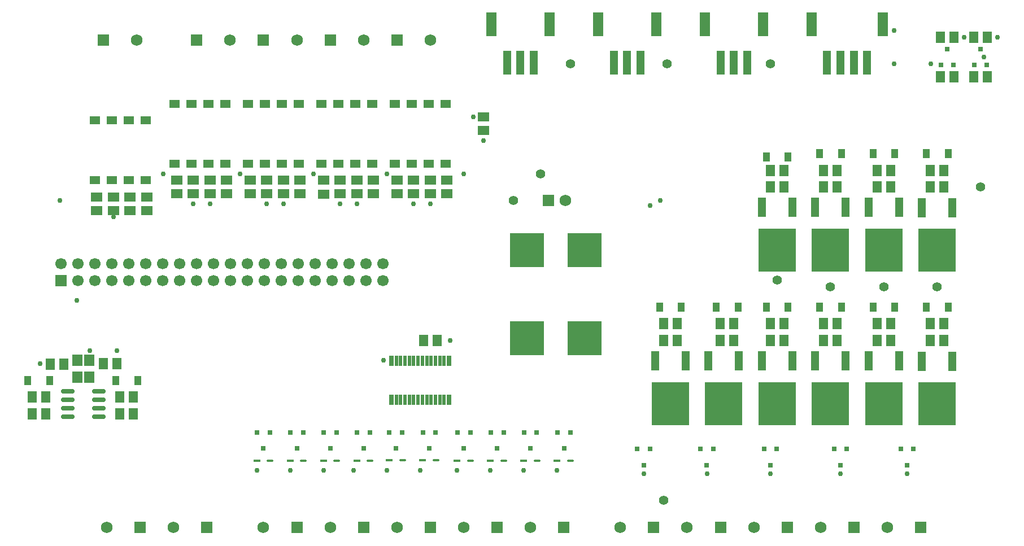
<source format=gts>
G04*
G04 #@! TF.GenerationSoftware,Altium Limited,Altium Designer,24.2.2 (26)*
G04*
G04 Layer_Color=8388736*
%FSLAX25Y25*%
%MOIN*%
G70*
G04*
G04 #@! TF.SameCoordinates,93052230-0714-41EE-B623-C252674C3430*
G04*
G04*
G04 #@! TF.FilePolarity,Negative*
G04*
G01*
G75*
%ADD19R,0.03959X0.01545*%
G04:AMPARAMS|DCode=20|XSize=39.59mil|YSize=15.45mil|CornerRadius=7.73mil|HoleSize=0mil|Usage=FLASHONLY|Rotation=0.000|XOffset=0mil|YOffset=0mil|HoleType=Round|Shape=RoundedRectangle|*
%AMROUNDEDRECTD20*
21,1,0.03959,0.00000,0,0,0.0*
21,1,0.02414,0.01545,0,0,0.0*
1,1,0.01545,0.01207,0.00000*
1,1,0.01545,-0.01207,0.00000*
1,1,0.01545,-0.01207,0.00000*
1,1,0.01545,0.01207,0.00000*
%
%ADD20ROUNDEDRECTD20*%
%ADD21R,0.03150X0.03150*%
%ADD23R,0.05906X0.05118*%
%ADD24R,0.21850X0.25591*%
%ADD25R,0.04921X0.11221*%
%ADD32R,0.20276X0.20276*%
%ADD33R,0.04173X0.05394*%
%ADD34R,0.05512X0.06693*%
%ADD35R,0.06693X0.05512*%
%ADD36R,0.02165X0.05906*%
%ADD37R,0.02953X0.05906*%
%ADD38O,0.08071X0.02953*%
%ADD39R,0.06496X0.06693*%
%ADD40R,0.04528X0.14370*%
%ADD41R,0.06496X0.13976*%
%ADD42C,0.06591*%
%ADD43R,0.07087X0.07087*%
%ADD44C,0.00591*%
%ADD45C,0.06693*%
%ADD46R,0.06890X0.06890*%
%ADD47C,0.06890*%
%ADD48R,0.06693X0.06693*%
%ADD49C,0.02953*%
%ADD50C,0.05591*%
D19*
X149605Y57087D02*
D03*
X169290D02*
D03*
X188975D02*
D03*
X227687Y57166D02*
D03*
X247372D02*
D03*
X326769Y57087D02*
D03*
X307085D02*
D03*
X267715D02*
D03*
X287401D02*
D03*
X208660Y57087D02*
D03*
D20*
X157481D02*
D03*
X177166D02*
D03*
X196852D02*
D03*
X235563Y57166D02*
D03*
X255248D02*
D03*
X334646Y57087D02*
D03*
X314962D02*
D03*
X275592D02*
D03*
X295277D02*
D03*
X216536Y57087D02*
D03*
D21*
X153543Y64173D02*
D03*
X149803Y73622D02*
D03*
X157283D02*
D03*
X192913Y64173D02*
D03*
X189173Y73622D02*
D03*
X196654D02*
D03*
X173228Y64173D02*
D03*
X169488Y73622D02*
D03*
X176969D02*
D03*
X235365Y73702D02*
D03*
X227885D02*
D03*
X231625Y64253D02*
D03*
X334646Y73622D02*
D03*
X327165D02*
D03*
X330906Y64173D02*
D03*
X255050Y73702D02*
D03*
X247570D02*
D03*
X251310Y64253D02*
D03*
X314764Y73622D02*
D03*
X307283D02*
D03*
X311024Y64173D02*
D03*
X275590Y73622D02*
D03*
X268110D02*
D03*
X271850Y64173D02*
D03*
X295276Y73622D02*
D03*
X287795D02*
D03*
X291535Y64173D02*
D03*
X216339Y73622D02*
D03*
X208858D02*
D03*
X212598Y64173D02*
D03*
X557087Y300000D02*
D03*
X560827Y290551D02*
D03*
X553346D02*
D03*
X533465Y54331D02*
D03*
X529724Y63779D02*
D03*
X537205D02*
D03*
X377953Y54331D02*
D03*
X374213Y63779D02*
D03*
X381693D02*
D03*
X415158Y54331D02*
D03*
X411417Y63779D02*
D03*
X418898D02*
D03*
X494095Y54331D02*
D03*
X490354Y63779D02*
D03*
X497835D02*
D03*
X452756Y54331D02*
D03*
X449016Y63779D02*
D03*
X456496D02*
D03*
X576772Y300000D02*
D03*
X580512Y290551D02*
D03*
X573032D02*
D03*
D23*
X83898Y222441D02*
D03*
X73898D02*
D03*
X63898D02*
D03*
X53898D02*
D03*
Y257874D02*
D03*
X63898D02*
D03*
X73898D02*
D03*
X83898D02*
D03*
X164449Y267717D02*
D03*
X144449D02*
D03*
X174449Y232283D02*
D03*
X164449D02*
D03*
X154449D02*
D03*
X144449D02*
D03*
X154449Y267717D02*
D03*
X174449D02*
D03*
X131142Y232283D02*
D03*
X121142D02*
D03*
X111142D02*
D03*
X101142D02*
D03*
Y267717D02*
D03*
X111142D02*
D03*
X121142D02*
D03*
X131142D02*
D03*
X261063Y232283D02*
D03*
X251063D02*
D03*
X241063D02*
D03*
X231063D02*
D03*
Y267717D02*
D03*
X241063D02*
D03*
X251063D02*
D03*
X261063D02*
D03*
X217756Y232283D02*
D03*
X207756D02*
D03*
X197756D02*
D03*
X187756D02*
D03*
Y267717D02*
D03*
X197756D02*
D03*
X207756D02*
D03*
X217756D02*
D03*
D24*
X519685Y181250D02*
D03*
X488189D02*
D03*
X456693D02*
D03*
X551181Y181102D02*
D03*
Y90551D02*
D03*
X519685Y90699D02*
D03*
X425197D02*
D03*
X393701D02*
D03*
X488189D02*
D03*
X456693D02*
D03*
D25*
X510709Y206447D02*
D03*
X528661D02*
D03*
X479213D02*
D03*
X497165D02*
D03*
X447717D02*
D03*
X465669D02*
D03*
X542205Y206299D02*
D03*
X560157D02*
D03*
X542205Y115748D02*
D03*
X560157D02*
D03*
X510709Y115896D02*
D03*
X528661D02*
D03*
X416221D02*
D03*
X434173D02*
D03*
X384724D02*
D03*
X402677D02*
D03*
X479213D02*
D03*
X497165D02*
D03*
X447717D02*
D03*
X465669D02*
D03*
D32*
X343055Y181102D02*
D03*
X309055D02*
D03*
Y129102D02*
D03*
X343055D02*
D03*
D33*
X420728Y147638D02*
D03*
X387264D02*
D03*
X481752D02*
D03*
X450256D02*
D03*
X544744D02*
D03*
X513248D02*
D03*
X494626D02*
D03*
Y238189D02*
D03*
X481752D02*
D03*
X463130Y236221D02*
D03*
X450256D02*
D03*
X463130Y147638D02*
D03*
X400138D02*
D03*
X433602D02*
D03*
X557618Y238189D02*
D03*
X544744D02*
D03*
X526122D02*
D03*
X513248D02*
D03*
X526122Y147638D02*
D03*
X557618D02*
D03*
X79272Y104331D02*
D03*
X66398D02*
D03*
X14539D02*
D03*
X27413D02*
D03*
D34*
X423130Y137795D02*
D03*
X389665D02*
D03*
X484154D02*
D03*
X452658D02*
D03*
X547146D02*
D03*
X515650D02*
D03*
X561122Y283465D02*
D03*
X553051D02*
D03*
X553150Y307087D02*
D03*
X561221D02*
D03*
X431201Y137795D02*
D03*
X397736D02*
D03*
X492224Y228346D02*
D03*
X484154D02*
D03*
X492224Y137795D02*
D03*
Y218504D02*
D03*
X484154D02*
D03*
X460728Y137795D02*
D03*
X397736Y127953D02*
D03*
X389665D02*
D03*
X431201D02*
D03*
X423130D02*
D03*
X460728Y228346D02*
D03*
X452658D02*
D03*
X492224Y127953D02*
D03*
X484154D02*
D03*
X460728D02*
D03*
X452658D02*
D03*
X460728Y218504D02*
D03*
X452658D02*
D03*
X555217Y228346D02*
D03*
X547146D02*
D03*
X523721D02*
D03*
X515650D02*
D03*
X523721Y137795D02*
D03*
Y127953D02*
D03*
X515650D02*
D03*
X555217Y137795D02*
D03*
Y127953D02*
D03*
X547146D02*
D03*
X555217Y218504D02*
D03*
X547146D02*
D03*
X523721D02*
D03*
X515650D02*
D03*
X256004Y127953D02*
D03*
X247933D02*
D03*
X68799Y94488D02*
D03*
X76870D02*
D03*
X67028Y114173D02*
D03*
X58957D02*
D03*
X27715Y113799D02*
D03*
X35786D02*
D03*
X68701Y84646D02*
D03*
X76772D02*
D03*
X25012Y94488D02*
D03*
X16941D02*
D03*
X25012Y84646D02*
D03*
X16941D02*
D03*
X572736Y307087D02*
D03*
X580807D02*
D03*
X580807Y283465D02*
D03*
X572736D02*
D03*
D35*
X74803Y212697D02*
D03*
Y204626D02*
D03*
X84646Y204626D02*
D03*
Y212697D02*
D03*
X55118Y204626D02*
D03*
Y212697D02*
D03*
X64961Y212697D02*
D03*
Y204626D02*
D03*
X283465Y251870D02*
D03*
Y259941D02*
D03*
X175197Y222539D02*
D03*
Y214469D02*
D03*
X145669Y222539D02*
D03*
Y214469D02*
D03*
X165354Y222539D02*
D03*
Y214469D02*
D03*
X155512Y222539D02*
D03*
Y214469D02*
D03*
X122047Y222539D02*
D03*
Y214469D02*
D03*
X131890Y222539D02*
D03*
Y214469D02*
D03*
X102362Y222539D02*
D03*
Y214469D02*
D03*
X112205Y222539D02*
D03*
Y214469D02*
D03*
X251969Y222539D02*
D03*
Y214469D02*
D03*
X261811Y222539D02*
D03*
Y214469D02*
D03*
X232283Y222539D02*
D03*
Y214469D02*
D03*
X242126Y222539D02*
D03*
Y214469D02*
D03*
X208661Y222539D02*
D03*
Y214469D02*
D03*
X218504Y222539D02*
D03*
Y214469D02*
D03*
X188976Y222441D02*
D03*
Y214370D02*
D03*
X198819Y222539D02*
D03*
Y214469D02*
D03*
D36*
X237106Y115847D02*
D03*
X234547D02*
D03*
X231988D02*
D03*
X239665D02*
D03*
X242224D02*
D03*
Y92815D02*
D03*
X239665D02*
D03*
X231988D02*
D03*
X234547D02*
D03*
X237106D02*
D03*
X244783D02*
D03*
X247342D02*
D03*
X249902D02*
D03*
X252461D02*
D03*
X260138D02*
D03*
X257579D02*
D03*
X255020D02*
D03*
Y115847D02*
D03*
X257579D02*
D03*
X260138D02*
D03*
X252461D02*
D03*
X249902D02*
D03*
X247342D02*
D03*
X244783D02*
D03*
D37*
X229035Y92815D02*
D03*
X263091D02*
D03*
Y115847D02*
D03*
X229035D02*
D03*
D38*
X37992Y98051D02*
D03*
Y93051D02*
D03*
Y88051D02*
D03*
Y83051D02*
D03*
X56496Y98051D02*
D03*
Y93051D02*
D03*
Y88051D02*
D03*
Y83051D02*
D03*
D39*
X50787Y116142D02*
D03*
X43701D02*
D03*
X50787Y106299D02*
D03*
X43701D02*
D03*
D40*
X297244Y291831D02*
D03*
X305118D02*
D03*
X312992D02*
D03*
X360236D02*
D03*
X368110D02*
D03*
X375984D02*
D03*
X509842D02*
D03*
X501968D02*
D03*
X494095D02*
D03*
X486221Y291831D02*
D03*
X423228Y291831D02*
D03*
X431102D02*
D03*
X438976D02*
D03*
D41*
X322244Y314469D02*
D03*
X287992D02*
D03*
X385236D02*
D03*
X350984D02*
D03*
X476968D02*
D03*
X519095D02*
D03*
X448228D02*
D03*
X413976D02*
D03*
D42*
X344142Y127134D02*
D03*
Y183827D02*
D03*
X308315D02*
D03*
D43*
Y127134D02*
D03*
D44*
X574803Y261811D02*
D03*
X31496D02*
D03*
X574803Y61024D02*
D03*
X31496D02*
D03*
D45*
X94016Y163228D02*
D03*
X104016D02*
D03*
X124016D02*
D03*
X134016D02*
D03*
X144016D02*
D03*
X54016Y173228D02*
D03*
Y163228D02*
D03*
X94016Y173228D02*
D03*
X134016D02*
D03*
X174016D02*
D03*
Y163228D02*
D03*
X214016Y173228D02*
D03*
Y163228D02*
D03*
X44016Y173228D02*
D03*
X34016D02*
D03*
X44016Y163228D02*
D03*
X84016Y173228D02*
D03*
X74016D02*
D03*
X84016Y163228D02*
D03*
X74016D02*
D03*
X114016Y173228D02*
D03*
X104016D02*
D03*
X114016Y163228D02*
D03*
X154016Y173228D02*
D03*
X144016D02*
D03*
X154016Y163228D02*
D03*
X184016Y173228D02*
D03*
X164016D02*
D03*
X184016Y163228D02*
D03*
X164016D02*
D03*
X204016Y173228D02*
D03*
X194016D02*
D03*
X204016Y163228D02*
D03*
X194016D02*
D03*
X124016Y173228D02*
D03*
X64016D02*
D03*
Y163228D02*
D03*
X224016Y173228D02*
D03*
Y163228D02*
D03*
D46*
X321772Y210630D02*
D03*
X291339Y17717D02*
D03*
X251969D02*
D03*
X173228D02*
D03*
X212598D02*
D03*
X232283Y305118D02*
D03*
X423228Y17717D02*
D03*
X383858D02*
D03*
X462598D02*
D03*
X501968Y17717D02*
D03*
X541339D02*
D03*
X330709Y17717D02*
D03*
X80709Y17717D02*
D03*
X192913Y305118D02*
D03*
X153543D02*
D03*
X114173Y305118D02*
D03*
X59055Y305118D02*
D03*
X120079Y17717D02*
D03*
D47*
X331772Y210630D02*
D03*
X271654Y17717D02*
D03*
X232283D02*
D03*
X153543D02*
D03*
X192913D02*
D03*
X251969Y305118D02*
D03*
X403543Y17717D02*
D03*
X364173D02*
D03*
X442913D02*
D03*
X482283Y17717D02*
D03*
X521654D02*
D03*
X311024Y17717D02*
D03*
X61024Y17717D02*
D03*
X212598Y305118D02*
D03*
X173228D02*
D03*
X133858Y305118D02*
D03*
X78740Y305118D02*
D03*
X100394Y17717D02*
D03*
D48*
X34016Y163228D02*
D03*
D49*
X525591Y311024D02*
D03*
Y291339D02*
D03*
X381890Y207630D02*
D03*
X33465Y210630D02*
D03*
X277559Y259842D02*
D03*
X43307Y151575D02*
D03*
X387795Y210630D02*
D03*
X224410Y116142D02*
D03*
X263779Y127953D02*
D03*
X271654Y226378D02*
D03*
X226378D02*
D03*
X183071D02*
D03*
X139764D02*
D03*
X94488D02*
D03*
X51181Y122047D02*
D03*
X66929D02*
D03*
X21654Y114173D02*
D03*
X547244Y291339D02*
D03*
X74852Y205469D02*
D03*
X64961Y200891D02*
D03*
X112205Y208661D02*
D03*
X122047D02*
D03*
X149606Y51181D02*
D03*
X169291D02*
D03*
X188976D02*
D03*
X206693D02*
D03*
X226378D02*
D03*
X246063D02*
D03*
X267717D02*
D03*
X287402D02*
D03*
X307087D02*
D03*
X326772D02*
D03*
X377953Y49213D02*
D03*
X415354D02*
D03*
X452756D02*
D03*
X494095D02*
D03*
X533465D02*
D03*
X283465Y246063D02*
D03*
X251969Y208661D02*
D03*
X242126D02*
D03*
X208661D02*
D03*
X198819D02*
D03*
X165354D02*
D03*
X155512D02*
D03*
X578740Y295276D02*
D03*
X566929Y307087D02*
D03*
X586614D02*
D03*
D50*
X301181Y210630D02*
D03*
X452756Y291339D02*
D03*
X391732D02*
D03*
X334646D02*
D03*
X316929Y226378D02*
D03*
X389764Y33465D02*
D03*
X576772Y218504D02*
D03*
X456693Y163508D02*
D03*
X488189Y159449D02*
D03*
X519685D02*
D03*
X551181D02*
D03*
M02*

</source>
